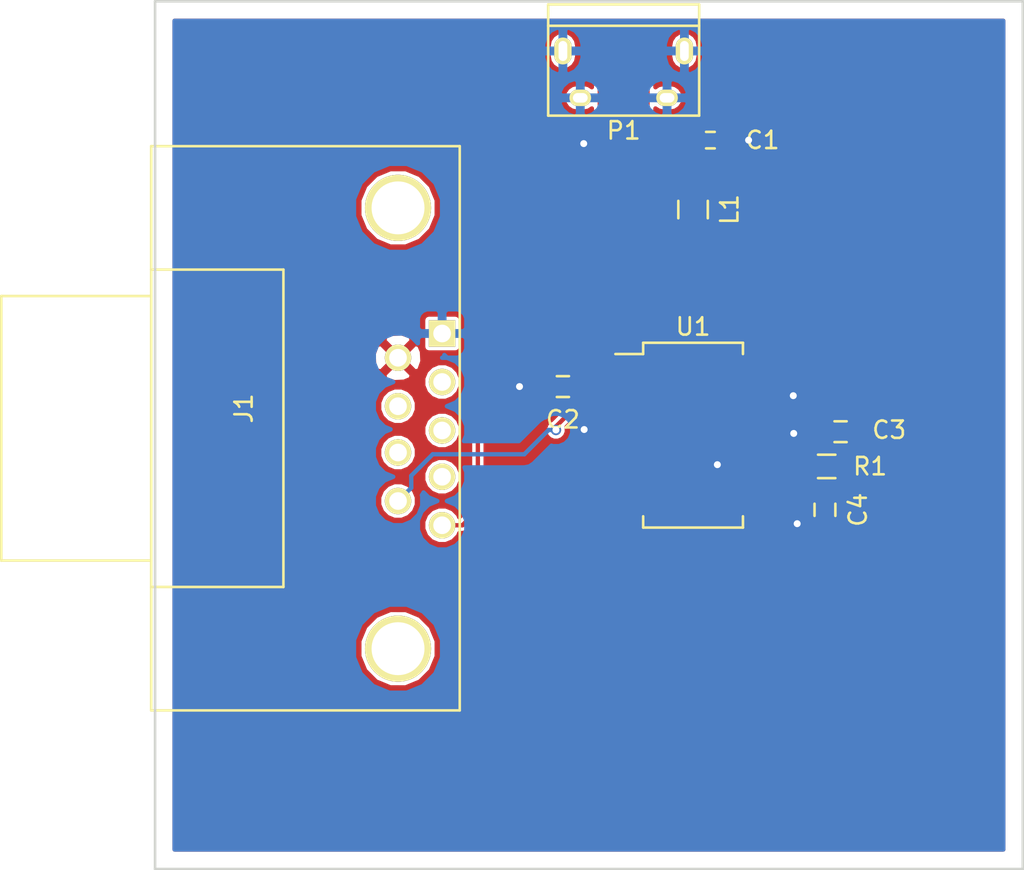
<source format=kicad_pcb>
(kicad_pcb (version 4) (host pcbnew 4.0.2-stable)

  (general
    (links 27)
    (no_connects 0)
    (area 120.874999 68.085 180.075001 120.075001)
    (thickness 1.6)
    (drawings 4)
    (tracks 75)
    (zones 0)
    (modules 9)
    (nets 30)
  )

  (page A4)
  (layers
    (0 F.Cu signal)
    (31 B.Cu signal)
    (32 B.Adhes user)
    (33 F.Adhes user)
    (34 B.Paste user)
    (35 F.Paste user)
    (36 B.SilkS user)
    (37 F.SilkS user)
    (38 B.Mask user)
    (39 F.Mask user)
    (40 Dwgs.User user)
    (41 Cmts.User user)
    (42 Eco1.User user)
    (43 Eco2.User user)
    (44 Edge.Cuts user)
    (45 Margin user)
    (46 B.CrtYd user)
    (47 F.CrtYd user)
    (48 B.Fab user hide)
    (49 F.Fab user hide)
  )

  (setup
    (last_trace_width 0.25)
    (trace_clearance 0.19)
    (zone_clearance 0.2)
    (zone_45_only no)
    (trace_min 0.2)
    (segment_width 0.2)
    (edge_width 0.15)
    (via_size 0.6)
    (via_drill 0.4)
    (via_min_size 0.4)
    (via_min_drill 0.3)
    (uvia_size 0.3)
    (uvia_drill 0.1)
    (uvias_allowed no)
    (uvia_min_size 0.2)
    (uvia_min_drill 0.1)
    (pcb_text_width 0.3)
    (pcb_text_size 1.5 1.5)
    (mod_edge_width 0.15)
    (mod_text_size 1 1)
    (mod_text_width 0.15)
    (pad_size 1.524 1.524)
    (pad_drill 0.762)
    (pad_to_mask_clearance 0.2)
    (aux_axis_origin 0 0)
    (visible_elements FFFFFF7F)
    (pcbplotparams
      (layerselection 0x010f0_80000001)
      (usegerberextensions false)
      (excludeedgelayer true)
      (linewidth 0.100000)
      (plotframeref false)
      (viasonmask false)
      (mode 1)
      (useauxorigin false)
      (hpglpennumber 1)
      (hpglpenspeed 20)
      (hpglpendiameter 15)
      (hpglpenoverlay 2)
      (psnegative false)
      (psa4output false)
      (plotreference true)
      (plotvalue true)
      (plotinvisibletext false)
      (padsonsilk false)
      (subtractmaskfromsilk false)
      (outputformat 1)
      (mirror false)
      (drillshape 0)
      (scaleselection 1)
      (outputdirectory Outputs/Gerbers/))
  )

  (net 0 "")
  (net 1 /VUSB)
  (net 2 Earth)
  (net 3 /VUSB_FLT)
  (net 4 "Net-(C4-Pad1)")
  (net 5 "Net-(J1-Pad2)")
  (net 6 "Net-(J1-Pad3)")
  (net 7 "Net-(J1-Pad4)")
  (net 8 /UART_TX)
  (net 9 /UART_RX)
  (net 10 "Net-(J1-Pad8)")
  (net 11 "Net-(J1-Pad7)")
  (net 12 /USB_D-)
  (net 13 /USB_D+)
  (net 14 "Net-(P1-Pad4)")
  (net 15 "Net-(R1-Pad1)")
  (net 16 "Net-(U1-Pad2)")
  (net 17 "Net-(U1-Pad3)")
  (net 18 "Net-(U1-Pad6)")
  (net 19 "Net-(U1-Pad9)")
  (net 20 "Net-(U1-Pad10)")
  (net 21 "Net-(U1-Pad11)")
  (net 22 "Net-(U1-Pad12)")
  (net 23 "Net-(U1-Pad13)")
  (net 24 "Net-(U1-Pad14)")
  (net 25 "Net-(U1-Pad22)")
  (net 26 "Net-(U1-Pad23)")
  (net 27 "Net-(U1-Pad26)")
  (net 28 "Net-(U1-Pad27)")
  (net 29 "Net-(U1-Pad28)")

  (net_class Default "This is the default net class."
    (clearance 0.19)
    (trace_width 0.25)
    (via_dia 0.6)
    (via_drill 0.4)
    (uvia_dia 0.3)
    (uvia_drill 0.1)
    (add_net /UART_RX)
    (add_net /UART_TX)
    (add_net /USB_D+)
    (add_net /USB_D-)
    (add_net /VUSB)
    (add_net /VUSB_FLT)
    (add_net Earth)
    (add_net "Net-(C4-Pad1)")
    (add_net "Net-(J1-Pad2)")
    (add_net "Net-(J1-Pad3)")
    (add_net "Net-(J1-Pad4)")
    (add_net "Net-(J1-Pad7)")
    (add_net "Net-(J1-Pad8)")
    (add_net "Net-(P1-Pad4)")
    (add_net "Net-(R1-Pad1)")
    (add_net "Net-(U1-Pad10)")
    (add_net "Net-(U1-Pad11)")
    (add_net "Net-(U1-Pad12)")
    (add_net "Net-(U1-Pad13)")
    (add_net "Net-(U1-Pad14)")
    (add_net "Net-(U1-Pad2)")
    (add_net "Net-(U1-Pad22)")
    (add_net "Net-(U1-Pad23)")
    (add_net "Net-(U1-Pad26)")
    (add_net "Net-(U1-Pad27)")
    (add_net "Net-(U1-Pad28)")
    (add_net "Net-(U1-Pad3)")
    (add_net "Net-(U1-Pad6)")
    (add_net "Net-(U1-Pad9)")
  )

  (module Capacitors_SMD:C_0402 (layer F.Cu) (tedit 5415D599) (tstamp 572A9F2C)
    (at 162 78)
    (descr "Capacitor SMD 0402, reflow soldering, AVX (see smccp.pdf)")
    (tags "capacitor 0402")
    (path /572A57FE)
    (attr smd)
    (fp_text reference C1 (at 3 0) (layer F.SilkS)
      (effects (font (size 1 1) (thickness 0.15)))
    )
    (fp_text value "10 nF" (at 0 1.7) (layer F.Fab)
      (effects (font (size 1 1) (thickness 0.15)))
    )
    (fp_line (start -1.15 -0.6) (end 1.15 -0.6) (layer F.CrtYd) (width 0.05))
    (fp_line (start -1.15 0.6) (end 1.15 0.6) (layer F.CrtYd) (width 0.05))
    (fp_line (start -1.15 -0.6) (end -1.15 0.6) (layer F.CrtYd) (width 0.05))
    (fp_line (start 1.15 -0.6) (end 1.15 0.6) (layer F.CrtYd) (width 0.05))
    (fp_line (start 0.25 -0.475) (end -0.25 -0.475) (layer F.SilkS) (width 0.15))
    (fp_line (start -0.25 0.475) (end 0.25 0.475) (layer F.SilkS) (width 0.15))
    (pad 1 smd rect (at -0.55 0) (size 0.6 0.5) (layers F.Cu F.Paste F.Mask)
      (net 1 /VUSB))
    (pad 2 smd rect (at 0.55 0) (size 0.6 0.5) (layers F.Cu F.Paste F.Mask)
      (net 2 Earth))
    (model Capacitors_SMD.3dshapes/C_0402.wrl
      (at (xyz 0 0 0))
      (scale (xyz 1 1 1))
      (rotate (xyz 0 0 0))
    )
  )

  (module Capacitors_SMD:C_0603 (layer F.Cu) (tedit 5415D631) (tstamp 572A9F32)
    (at 153.5 92.2 180)
    (descr "Capacitor SMD 0603, reflow soldering, AVX (see smccp.pdf)")
    (tags "capacitor 0603")
    (path /572A6216)
    (attr smd)
    (fp_text reference C2 (at 0 -1.9 180) (layer F.SilkS)
      (effects (font (size 1 1) (thickness 0.15)))
    )
    (fp_text value "0.1 uF" (at 0 1.9 180) (layer F.Fab)
      (effects (font (size 1 1) (thickness 0.15)))
    )
    (fp_line (start -1.45 -0.75) (end 1.45 -0.75) (layer F.CrtYd) (width 0.05))
    (fp_line (start -1.45 0.75) (end 1.45 0.75) (layer F.CrtYd) (width 0.05))
    (fp_line (start -1.45 -0.75) (end -1.45 0.75) (layer F.CrtYd) (width 0.05))
    (fp_line (start 1.45 -0.75) (end 1.45 0.75) (layer F.CrtYd) (width 0.05))
    (fp_line (start -0.35 -0.6) (end 0.35 -0.6) (layer F.SilkS) (width 0.15))
    (fp_line (start 0.35 0.6) (end -0.35 0.6) (layer F.SilkS) (width 0.15))
    (pad 1 smd rect (at -0.75 0 180) (size 0.8 0.75) (layers F.Cu F.Paste F.Mask)
      (net 3 /VUSB_FLT))
    (pad 2 smd rect (at 0.75 0 180) (size 0.8 0.75) (layers F.Cu F.Paste F.Mask)
      (net 2 Earth))
    (model Capacitors_SMD.3dshapes/C_0603.wrl
      (at (xyz 0 0 0))
      (scale (xyz 1 1 1))
      (rotate (xyz 0 0 0))
    )
  )

  (module Capacitors_SMD:C_0603 (layer F.Cu) (tedit 5415D631) (tstamp 572A9F38)
    (at 169.5 94.8 180)
    (descr "Capacitor SMD 0603, reflow soldering, AVX (see smccp.pdf)")
    (tags "capacitor 0603")
    (path /572A6279)
    (attr smd)
    (fp_text reference C3 (at -2.8 0.1 180) (layer F.SilkS)
      (effects (font (size 1 1) (thickness 0.15)))
    )
    (fp_text value "0.1 uF" (at 0 1.9 180) (layer F.Fab)
      (effects (font (size 1 1) (thickness 0.15)))
    )
    (fp_line (start -1.45 -0.75) (end 1.45 -0.75) (layer F.CrtYd) (width 0.05))
    (fp_line (start -1.45 0.75) (end 1.45 0.75) (layer F.CrtYd) (width 0.05))
    (fp_line (start -1.45 -0.75) (end -1.45 0.75) (layer F.CrtYd) (width 0.05))
    (fp_line (start 1.45 -0.75) (end 1.45 0.75) (layer F.CrtYd) (width 0.05))
    (fp_line (start -0.35 -0.6) (end 0.35 -0.6) (layer F.SilkS) (width 0.15))
    (fp_line (start 0.35 0.6) (end -0.35 0.6) (layer F.SilkS) (width 0.15))
    (pad 1 smd rect (at -0.75 0 180) (size 0.8 0.75) (layers F.Cu F.Paste F.Mask)
      (net 3 /VUSB_FLT))
    (pad 2 smd rect (at 0.75 0 180) (size 0.8 0.75) (layers F.Cu F.Paste F.Mask)
      (net 2 Earth))
    (model Capacitors_SMD.3dshapes/C_0603.wrl
      (at (xyz 0 0 0))
      (scale (xyz 1 1 1))
      (rotate (xyz 0 0 0))
    )
  )

  (module Capacitors_SMD:C_0603 (layer F.Cu) (tedit 5415D631) (tstamp 572A9F3E)
    (at 168.6 99.3 270)
    (descr "Capacitor SMD 0603, reflow soldering, AVX (see smccp.pdf)")
    (tags "capacitor 0603")
    (path /572A759C)
    (attr smd)
    (fp_text reference C4 (at 0 -1.9 270) (layer F.SilkS)
      (effects (font (size 1 1) (thickness 0.15)))
    )
    (fp_text value "0.1 uF" (at 0 1.9 270) (layer F.Fab)
      (effects (font (size 1 1) (thickness 0.15)))
    )
    (fp_line (start -1.45 -0.75) (end 1.45 -0.75) (layer F.CrtYd) (width 0.05))
    (fp_line (start -1.45 0.75) (end 1.45 0.75) (layer F.CrtYd) (width 0.05))
    (fp_line (start -1.45 -0.75) (end -1.45 0.75) (layer F.CrtYd) (width 0.05))
    (fp_line (start 1.45 -0.75) (end 1.45 0.75) (layer F.CrtYd) (width 0.05))
    (fp_line (start -0.35 -0.6) (end 0.35 -0.6) (layer F.SilkS) (width 0.15))
    (fp_line (start 0.35 0.6) (end -0.35 0.6) (layer F.SilkS) (width 0.15))
    (pad 1 smd rect (at -0.75 0 270) (size 0.8 0.75) (layers F.Cu F.Paste F.Mask)
      (net 4 "Net-(C4-Pad1)"))
    (pad 2 smd rect (at 0.75 0 270) (size 0.8 0.75) (layers F.Cu F.Paste F.Mask)
      (net 2 Earth))
    (model Capacitors_SMD.3dshapes/C_0603.wrl
      (at (xyz 0 0 0))
      (scale (xyz 1 1 1))
      (rotate (xyz 0 0 0))
    )
  )

  (module Connect:DB9MC (layer F.Cu) (tedit 0) (tstamp 572A9F4D)
    (at 145.27 94.73 90)
    (descr "Connecteur DB9 male couche")
    (tags "CONN DB9")
    (path /572A4BE9)
    (fp_text reference J1 (at 1.27 -10.16 90) (layer F.SilkS)
      (effects (font (size 1 1) (thickness 0.15)))
    )
    (fp_text value DB9 (at 1.27 -3.81 90) (layer F.Fab)
      (effects (font (size 1 1) (thickness 0.15)))
    )
    (fp_line (start -16.129 2.286) (end 16.383 2.286) (layer F.SilkS) (width 0.15))
    (fp_line (start 16.383 2.286) (end 16.383 -15.494) (layer F.SilkS) (width 0.15))
    (fp_line (start 16.383 -15.494) (end -16.129 -15.494) (layer F.SilkS) (width 0.15))
    (fp_line (start -16.129 -15.494) (end -16.129 2.286) (layer F.SilkS) (width 0.15))
    (fp_line (start -9.017 -15.494) (end -9.017 -7.874) (layer F.SilkS) (width 0.15))
    (fp_line (start -9.017 -7.874) (end 9.271 -7.874) (layer F.SilkS) (width 0.15))
    (fp_line (start 9.271 -7.874) (end 9.271 -15.494) (layer F.SilkS) (width 0.15))
    (fp_line (start -7.493 -15.494) (end -7.493 -24.13) (layer F.SilkS) (width 0.15))
    (fp_line (start -7.493 -24.13) (end 7.747 -24.13) (layer F.SilkS) (width 0.15))
    (fp_line (start 7.747 -24.13) (end 7.747 -15.494) (layer F.SilkS) (width 0.15))
    (pad "" thru_hole circle (at 12.827 -1.27 90) (size 3.81 3.81) (drill 3.048) (layers *.Cu *.Mask F.SilkS))
    (pad "" thru_hole circle (at -12.573 -1.27 90) (size 3.81 3.81) (drill 3.048) (layers *.Cu *.Mask F.SilkS))
    (pad 1 thru_hole rect (at 5.588 1.27 90) (size 1.524 1.524) (drill 1.016) (layers *.Cu *.Mask F.SilkS)
      (net 2 Earth))
    (pad 2 thru_hole circle (at 2.794 1.27 90) (size 1.524 1.524) (drill 1.016) (layers *.Cu *.Mask F.SilkS)
      (net 5 "Net-(J1-Pad2)"))
    (pad 3 thru_hole circle (at 0 1.27 90) (size 1.524 1.524) (drill 1.016) (layers *.Cu *.Mask F.SilkS)
      (net 6 "Net-(J1-Pad3)"))
    (pad 4 thru_hole circle (at -2.667 1.27 90) (size 1.524 1.524) (drill 1.016) (layers *.Cu *.Mask F.SilkS)
      (net 7 "Net-(J1-Pad4)"))
    (pad 5 thru_hole circle (at -5.461 1.27 90) (size 1.524 1.524) (drill 1.016) (layers *.Cu *.Mask F.SilkS)
      (net 8 /UART_TX))
    (pad 9 thru_hole circle (at -4.064 -1.27 90) (size 1.524 1.524) (drill 1.016) (layers *.Cu *.Mask F.SilkS)
      (net 9 /UART_RX))
    (pad 8 thru_hole circle (at -1.27 -1.27 90) (size 1.524 1.524) (drill 1.016) (layers *.Cu *.Mask F.SilkS)
      (net 10 "Net-(J1-Pad8)"))
    (pad 7 thru_hole circle (at 1.397 -1.27 90) (size 1.524 1.524) (drill 1.016) (layers *.Cu *.Mask F.SilkS)
      (net 11 "Net-(J1-Pad7)"))
    (pad 6 thru_hole circle (at 4.191 -1.27 90) (size 1.524 1.524) (drill 1.016) (layers *.Cu *.Mask F.SilkS)
      (net 3 /VUSB_FLT))
    (model Connect.3dshapes/DB9MC.wrl
      (at (xyz 0 0 0))
      (scale (xyz 1 1 1))
      (rotate (xyz 0 0 0))
    )
  )

  (module Capacitors_SMD:C_0805 (layer F.Cu) (tedit 5415D6EA) (tstamp 572A9F53)
    (at 161 82 270)
    (descr "Capacitor SMD 0805, reflow soldering, AVX (see smccp.pdf)")
    (tags "capacitor 0805")
    (path /572A5C96)
    (attr smd)
    (fp_text reference L1 (at 0 -2.1 270) (layer F.SilkS)
      (effects (font (size 1 1) (thickness 0.15)))
    )
    (fp_text value "40 Ohm FB" (at 0 2.1 270) (layer F.Fab)
      (effects (font (size 1 1) (thickness 0.15)))
    )
    (fp_line (start -1.8 -1) (end 1.8 -1) (layer F.CrtYd) (width 0.05))
    (fp_line (start -1.8 1) (end 1.8 1) (layer F.CrtYd) (width 0.05))
    (fp_line (start -1.8 -1) (end -1.8 1) (layer F.CrtYd) (width 0.05))
    (fp_line (start 1.8 -1) (end 1.8 1) (layer F.CrtYd) (width 0.05))
    (fp_line (start 0.5 -0.85) (end -0.5 -0.85) (layer F.SilkS) (width 0.15))
    (fp_line (start -0.5 0.85) (end 0.5 0.85) (layer F.SilkS) (width 0.15))
    (pad 1 smd rect (at -1 0 270) (size 1 1.25) (layers F.Cu F.Paste F.Mask)
      (net 1 /VUSB))
    (pad 2 smd rect (at 1 0 270) (size 1 1.25) (layers F.Cu F.Paste F.Mask)
      (net 3 /VUSB_FLT))
    (model Capacitors_SMD.3dshapes/C_0805.wrl
      (at (xyz 0 0 0))
      (scale (xyz 1 1 1))
      (rotate (xyz 0 0 0))
    )
  )

  (module Connect:USB_Micro-B (layer F.Cu) (tedit 5543E447) (tstamp 572A9F60)
    (at 157 74 180)
    (descr "Micro USB Type B Receptacle")
    (tags "USB USB_B USB_micro USB_OTG")
    (path /572A4D1F)
    (attr smd)
    (fp_text reference P1 (at 0 -3.45 180) (layer F.SilkS)
      (effects (font (size 1 1) (thickness 0.15)))
    )
    (fp_text value USB_OTG (at 0 4.8 180) (layer F.Fab)
      (effects (font (size 1 1) (thickness 0.15)))
    )
    (fp_line (start -4.6 -2.8) (end 4.6 -2.8) (layer F.CrtYd) (width 0.05))
    (fp_line (start 4.6 -2.8) (end 4.6 4.05) (layer F.CrtYd) (width 0.05))
    (fp_line (start 4.6 4.05) (end -4.6 4.05) (layer F.CrtYd) (width 0.05))
    (fp_line (start -4.6 4.05) (end -4.6 -2.8) (layer F.CrtYd) (width 0.05))
    (fp_line (start -4.3509 3.81746) (end 4.3491 3.81746) (layer F.SilkS) (width 0.15))
    (fp_line (start -4.3509 -2.58754) (end 4.3491 -2.58754) (layer F.SilkS) (width 0.15))
    (fp_line (start 4.3491 -2.58754) (end 4.3491 3.81746) (layer F.SilkS) (width 0.15))
    (fp_line (start 4.3491 2.58746) (end -4.3509 2.58746) (layer F.SilkS) (width 0.15))
    (fp_line (start -4.3509 3.81746) (end -4.3509 -2.58754) (layer F.SilkS) (width 0.15))
    (pad 1 smd rect (at -1.3009 -1.56254 270) (size 1.35 0.4) (layers F.Cu F.Paste F.Mask)
      (net 1 /VUSB))
    (pad 2 smd rect (at -0.6509 -1.56254 270) (size 1.35 0.4) (layers F.Cu F.Paste F.Mask)
      (net 12 /USB_D-))
    (pad 3 smd rect (at -0.0009 -1.56254 270) (size 1.35 0.4) (layers F.Cu F.Paste F.Mask)
      (net 13 /USB_D+))
    (pad 4 smd rect (at 0.6491 -1.56254 270) (size 1.35 0.4) (layers F.Cu F.Paste F.Mask)
      (net 14 "Net-(P1-Pad4)"))
    (pad 5 smd rect (at 1.2991 -1.56254 270) (size 1.35 0.4) (layers F.Cu F.Paste F.Mask)
      (net 2 Earth))
    (pad 6 thru_hole oval (at -2.5009 -1.56254 270) (size 0.95 1.25) (drill oval 0.55 0.85) (layers *.Cu *.Mask F.SilkS)
      (net 2 Earth))
    (pad 6 thru_hole oval (at 2.4991 -1.56254 270) (size 0.95 1.25) (drill oval 0.55 0.85) (layers *.Cu *.Mask F.SilkS)
      (net 2 Earth))
    (pad 6 thru_hole oval (at -3.5009 1.13746 270) (size 1.55 1) (drill oval 1.15 0.5) (layers *.Cu *.Mask F.SilkS)
      (net 2 Earth))
    (pad 6 thru_hole oval (at 3.4991 1.13746 270) (size 1.55 1) (drill oval 1.15 0.5) (layers *.Cu *.Mask F.SilkS)
      (net 2 Earth))
  )

  (module Housings_SSOP:SSOP-28_5.3x10.2mm_Pitch0.65mm (layer F.Cu) (tedit 54130A77) (tstamp 572A9F86)
    (at 161 95)
    (descr "28-Lead Plastic Shrink Small Outline (SS)-5.30 mm Body [SSOP] (see Microchip Packaging Specification 00000049BS.pdf)")
    (tags "SSOP 0.65")
    (path /572A4CA2)
    (attr smd)
    (fp_text reference U1 (at 0 -6.25) (layer F.SilkS)
      (effects (font (size 1 1) (thickness 0.15)))
    )
    (fp_text value FT232RL (at 0 6.25) (layer F.Fab)
      (effects (font (size 1 1) (thickness 0.15)))
    )
    (fp_line (start -4.75 -5.5) (end -4.75 5.5) (layer F.CrtYd) (width 0.05))
    (fp_line (start 4.75 -5.5) (end 4.75 5.5) (layer F.CrtYd) (width 0.05))
    (fp_line (start -4.75 -5.5) (end 4.75 -5.5) (layer F.CrtYd) (width 0.05))
    (fp_line (start -4.75 5.5) (end 4.75 5.5) (layer F.CrtYd) (width 0.05))
    (fp_line (start -2.875 -5.325) (end -2.875 -4.675) (layer F.SilkS) (width 0.15))
    (fp_line (start 2.875 -5.325) (end 2.875 -4.675) (layer F.SilkS) (width 0.15))
    (fp_line (start 2.875 5.325) (end 2.875 4.675) (layer F.SilkS) (width 0.15))
    (fp_line (start -2.875 5.325) (end -2.875 4.675) (layer F.SilkS) (width 0.15))
    (fp_line (start -2.875 -5.325) (end 2.875 -5.325) (layer F.SilkS) (width 0.15))
    (fp_line (start -2.875 5.325) (end 2.875 5.325) (layer F.SilkS) (width 0.15))
    (fp_line (start -2.875 -4.675) (end -4.475 -4.675) (layer F.SilkS) (width 0.15))
    (pad 1 smd rect (at -3.6 -4.225) (size 1.75 0.45) (layers F.Cu F.Paste F.Mask)
      (net 8 /UART_TX))
    (pad 2 smd rect (at -3.6 -3.575) (size 1.75 0.45) (layers F.Cu F.Paste F.Mask)
      (net 16 "Net-(U1-Pad2)"))
    (pad 3 smd rect (at -3.6 -2.925) (size 1.75 0.45) (layers F.Cu F.Paste F.Mask)
      (net 17 "Net-(U1-Pad3)"))
    (pad 4 smd rect (at -3.6 -2.275) (size 1.75 0.45) (layers F.Cu F.Paste F.Mask)
      (net 3 /VUSB_FLT))
    (pad 5 smd rect (at -3.6 -1.625) (size 1.75 0.45) (layers F.Cu F.Paste F.Mask)
      (net 9 /UART_RX))
    (pad 6 smd rect (at -3.6 -0.975) (size 1.75 0.45) (layers F.Cu F.Paste F.Mask)
      (net 18 "Net-(U1-Pad6)"))
    (pad 7 smd rect (at -3.6 -0.325) (size 1.75 0.45) (layers F.Cu F.Paste F.Mask)
      (net 2 Earth))
    (pad 8 smd rect (at -3.6 0.325) (size 1.75 0.45) (layers F.Cu F.Paste F.Mask))
    (pad 9 smd rect (at -3.6 0.975) (size 1.75 0.45) (layers F.Cu F.Paste F.Mask)
      (net 19 "Net-(U1-Pad9)"))
    (pad 10 smd rect (at -3.6 1.625) (size 1.75 0.45) (layers F.Cu F.Paste F.Mask)
      (net 20 "Net-(U1-Pad10)"))
    (pad 11 smd rect (at -3.6 2.275) (size 1.75 0.45) (layers F.Cu F.Paste F.Mask)
      (net 21 "Net-(U1-Pad11)"))
    (pad 12 smd rect (at -3.6 2.925) (size 1.75 0.45) (layers F.Cu F.Paste F.Mask)
      (net 22 "Net-(U1-Pad12)"))
    (pad 13 smd rect (at -3.6 3.575) (size 1.75 0.45) (layers F.Cu F.Paste F.Mask)
      (net 23 "Net-(U1-Pad13)"))
    (pad 14 smd rect (at -3.6 4.225) (size 1.75 0.45) (layers F.Cu F.Paste F.Mask)
      (net 24 "Net-(U1-Pad14)"))
    (pad 15 smd rect (at 3.6 4.225) (size 1.75 0.45) (layers F.Cu F.Paste F.Mask)
      (net 13 /USB_D+))
    (pad 16 smd rect (at 3.6 3.575) (size 1.75 0.45) (layers F.Cu F.Paste F.Mask)
      (net 12 /USB_D-))
    (pad 17 smd rect (at 3.6 2.925) (size 1.75 0.45) (layers F.Cu F.Paste F.Mask)
      (net 4 "Net-(C4-Pad1)"))
    (pad 18 smd rect (at 3.6 2.275) (size 1.75 0.45) (layers F.Cu F.Paste F.Mask)
      (net 2 Earth))
    (pad 19 smd rect (at 3.6 1.625) (size 1.75 0.45) (layers F.Cu F.Paste F.Mask)
      (net 15 "Net-(R1-Pad1)"))
    (pad 20 smd rect (at 3.6 0.975) (size 1.75 0.45) (layers F.Cu F.Paste F.Mask)
      (net 3 /VUSB_FLT))
    (pad 21 smd rect (at 3.6 0.325) (size 1.75 0.45) (layers F.Cu F.Paste F.Mask)
      (net 2 Earth))
    (pad 22 smd rect (at 3.6 -0.325) (size 1.75 0.45) (layers F.Cu F.Paste F.Mask)
      (net 25 "Net-(U1-Pad22)"))
    (pad 23 smd rect (at 3.6 -0.975) (size 1.75 0.45) (layers F.Cu F.Paste F.Mask)
      (net 26 "Net-(U1-Pad23)"))
    (pad 24 smd rect (at 3.6 -1.625) (size 1.75 0.45) (layers F.Cu F.Paste F.Mask))
    (pad 25 smd rect (at 3.6 -2.275) (size 1.75 0.45) (layers F.Cu F.Paste F.Mask)
      (net 2 Earth))
    (pad 26 smd rect (at 3.6 -2.925) (size 1.75 0.45) (layers F.Cu F.Paste F.Mask)
      (net 27 "Net-(U1-Pad26)"))
    (pad 27 smd rect (at 3.6 -3.575) (size 1.75 0.45) (layers F.Cu F.Paste F.Mask)
      (net 28 "Net-(U1-Pad27)"))
    (pad 28 smd rect (at 3.6 -4.225) (size 1.75 0.45) (layers F.Cu F.Paste F.Mask)
      (net 29 "Net-(U1-Pad28)"))
    (model Housings_SSOP.3dshapes/SSOP-28_5.3x10.2mm_Pitch0.65mm.wrl
      (at (xyz 0 0 0))
      (scale (xyz 1 1 1))
      (rotate (xyz 0 0 0))
    )
  )

  (module Resistors_SMD:R_0603 (layer F.Cu) (tedit 5415CC62) (tstamp 572A44E5)
    (at 168.7 96.8)
    (descr "Resistor SMD 0603, reflow soldering, Vishay (see dcrcw.pdf)")
    (tags "resistor 0603")
    (path /572A58FE)
    (attr smd)
    (fp_text reference R1 (at 2.5 0) (layer F.SilkS)
      (effects (font (size 1 1) (thickness 0.15)))
    )
    (fp_text value 10K (at 0 1.9) (layer F.Fab)
      (effects (font (size 1 1) (thickness 0.15)))
    )
    (fp_line (start -1.3 -0.8) (end 1.3 -0.8) (layer F.CrtYd) (width 0.05))
    (fp_line (start -1.3 0.8) (end 1.3 0.8) (layer F.CrtYd) (width 0.05))
    (fp_line (start -1.3 -0.8) (end -1.3 0.8) (layer F.CrtYd) (width 0.05))
    (fp_line (start 1.3 -0.8) (end 1.3 0.8) (layer F.CrtYd) (width 0.05))
    (fp_line (start 0.5 0.675) (end -0.5 0.675) (layer F.SilkS) (width 0.15))
    (fp_line (start -0.5 -0.675) (end 0.5 -0.675) (layer F.SilkS) (width 0.15))
    (pad 1 smd rect (at -0.75 0) (size 0.5 0.9) (layers F.Cu F.Paste F.Mask)
      (net 15 "Net-(R1-Pad1)"))
    (pad 2 smd rect (at 0.75 0) (size 0.5 0.9) (layers F.Cu F.Paste F.Mask)
      (net 3 /VUSB_FLT))
    (model Resistors_SMD.3dshapes/R_0603.wrl
      (at (xyz 0 0 0))
      (scale (xyz 1 1 1))
      (rotate (xyz 0 0 0))
    )
  )

  (gr_line (start 180 120) (end 130 120) (layer Edge.Cuts) (width 0.15))
  (gr_line (start 180 70) (end 180 120) (layer Edge.Cuts) (width 0.15))
  (gr_line (start 130 70) (end 180 70) (layer Edge.Cuts) (width 0.15))
  (gr_line (start 130 120) (end 130 70) (layer Edge.Cuts) (width 0.15))

  (segment (start 161 79.6) (end 161.45 79.15) (width 0.25) (layer F.Cu) (net 1))
  (segment (start 161.45 79.15) (end 161.45 78) (width 0.25) (layer F.Cu) (net 1))
  (segment (start 161 81) (end 161 79.6) (width 0.25) (layer F.Cu) (net 1))
  (segment (start 158.3009 77.1009) (end 159.2 78) (width 0.25) (layer F.Cu) (net 1))
  (segment (start 159.2 78) (end 161.45 78) (width 0.25) (layer F.Cu) (net 1))
  (segment (start 158.3009 75.56254) (end 158.3009 77.1009) (width 0.25) (layer F.Cu) (net 1))
  (segment (start 162.575 97.275) (end 162.4 97.1) (width 0.25) (layer F.Cu) (net 2))
  (segment (start 162.4 97.1) (end 162.4 96.7) (width 0.25) (layer F.Cu) (net 2))
  (via (at 162.4 96.7) (size 0.6) (drill 0.4) (layers F.Cu B.Cu) (net 2))
  (segment (start 164.6 97.275) (end 162.575 97.275) (width 0.25) (layer F.Cu) (net 2))
  (via (at 151 92.2) (size 0.6) (drill 0.4) (layers F.Cu B.Cu) (net 2))
  (segment (start 152.75 92.2) (end 151 92.2) (width 0.25) (layer F.Cu) (net 2))
  (segment (start 167.324264 94.8) (end 168.75 94.8) (width 0.25) (layer F.Cu) (net 2))
  (segment (start 166.8 94.9) (end 167.224264 94.9) (width 0.25) (layer F.Cu) (net 2))
  (segment (start 167.224264 94.9) (end 167.324264 94.8) (width 0.25) (layer F.Cu) (net 2))
  (segment (start 167.925 100.1) (end 167 100.1) (width 0.25) (layer F.Cu) (net 2))
  (via (at 167 100.1) (size 0.6) (drill 0.4) (layers F.Cu B.Cu) (net 2))
  (segment (start 168.6 100.05) (end 167.975 100.05) (width 0.25) (layer F.Cu) (net 2))
  (segment (start 167.975 100.05) (end 167.925 100.1) (width 0.25) (layer F.Cu) (net 2))
  (via (at 166.775 92.725) (size 0.6) (drill 0.4) (layers F.Cu B.Cu) (net 2))
  (segment (start 164.6 92.725) (end 166.775 92.725) (width 0.25) (layer F.Cu) (net 2))
  (segment (start 166.375 95.325) (end 166.8 94.9) (width 0.25) (layer F.Cu) (net 2))
  (via (at 166.8 94.9) (size 0.6) (drill 0.4) (layers F.Cu B.Cu) (net 2))
  (segment (start 164.6 95.325) (end 166.375 95.325) (width 0.25) (layer F.Cu) (net 2))
  (via (at 154.725 94.675) (size 0.6) (drill 0.4) (layers F.Cu B.Cu) (net 2))
  (segment (start 157.4 94.675) (end 154.725 94.675) (width 0.25) (layer F.Cu) (net 2))
  (segment (start 154.7 77.48844) (end 154.7 78.2) (width 0.25) (layer F.Cu) (net 2))
  (via (at 154.7 78.2) (size 0.6) (drill 0.4) (layers F.Cu B.Cu) (net 2))
  (segment (start 155.7009 75.56254) (end 155.7009 76.48754) (width 0.25) (layer F.Cu) (net 2))
  (segment (start 155.7009 76.48754) (end 154.7 77.48844) (width 0.25) (layer F.Cu) (net 2))
  (segment (start 162.6 78) (end 164.2 78) (width 0.25) (layer F.Cu) (net 2))
  (via (at 164.2 78) (size 0.6) (drill 0.4) (layers F.Cu B.Cu) (net 2))
  (segment (start 162.55 78) (end 162.6 78) (width 0.25) (layer F.Cu) (net 2))
  (segment (start 166.025 97.925) (end 166.65 98.55) (width 0.25) (layer F.Cu) (net 4))
  (segment (start 166.65 98.55) (end 168.6 98.55) (width 0.25) (layer F.Cu) (net 4))
  (segment (start 164.6 97.925) (end 166.025 97.925) (width 0.25) (layer F.Cu) (net 4))
  (segment (start 157.4 90.775) (end 150.525 90.775) (width 0.25) (layer F.Cu) (net 8))
  (segment (start 150.525 90.775) (end 148.6 92.7) (width 0.25) (layer F.Cu) (net 8))
  (segment (start 148.6 92.7) (end 148.6 99.3) (width 0.25) (layer F.Cu) (net 8))
  (segment (start 148.6 99.3) (end 147.709 100.191) (width 0.25) (layer F.Cu) (net 8))
  (segment (start 147.709 100.191) (end 146.54 100.191) (width 0.25) (layer F.Cu) (net 8))
  (segment (start 146 96.1) (end 144.761999 97.338001) (width 0.25) (layer B.Cu) (net 9))
  (segment (start 144.761999 97.338001) (end 144.761999 98.032001) (width 0.25) (layer B.Cu) (net 9))
  (segment (start 144.761999 98.032001) (end 144 98.794) (width 0.25) (layer B.Cu) (net 9))
  (segment (start 151.275736 96.1) (end 146 96.1) (width 0.25) (layer B.Cu) (net 9))
  (segment (start 153.1 94.7) (end 152.675736 94.7) (width 0.25) (layer B.Cu) (net 9))
  (segment (start 152.675736 94.7) (end 151.275736 96.1) (width 0.25) (layer B.Cu) (net 9))
  (segment (start 153.8 93.8) (end 153.1 94.5) (width 0.25) (layer F.Cu) (net 9))
  (segment (start 153.1 94.5) (end 153.1 94.7) (width 0.25) (layer F.Cu) (net 9))
  (via (at 153.1 94.7) (size 0.6) (drill 0.4) (layers F.Cu B.Cu) (net 9))
  (segment (start 155.85 93.8) (end 153.8 93.8) (width 0.25) (layer F.Cu) (net 9))
  (segment (start 157.4 93.375) (end 156.275 93.375) (width 0.25) (layer F.Cu) (net 9))
  (segment (start 156.275 93.375) (end 155.85 93.8) (width 0.25) (layer F.Cu) (net 9))
  (segment (start 161.2 97.917158) (end 161.982842 98.7) (width 0.2) (layer F.Cu) (net 12))
  (segment (start 161.982842 98.7) (end 163.1625 98.7) (width 0.2) (layer F.Cu) (net 12))
  (segment (start 163.1625 98.7) (end 163.2875 98.575) (width 0.2) (layer F.Cu) (net 12))
  (segment (start 163.2875 98.575) (end 164.6 98.575) (width 0.2) (layer F.Cu) (net 12))
  (segment (start 161.2 87.917158) (end 161.2 97.917158) (width 0.2) (layer F.Cu) (net 12))
  (segment (start 157.5259 84.243058) (end 161.2 87.917158) (width 0.2) (layer F.Cu) (net 12))
  (segment (start 157.5259 76.70004) (end 157.5259 84.243058) (width 0.2) (layer F.Cu) (net 12))
  (segment (start 157.6509 75.56254) (end 157.6509 76.57504) (width 0.2) (layer F.Cu) (net 12))
  (segment (start 157.6509 76.57504) (end 157.5259 76.70004) (width 0.2) (layer F.Cu) (net 12))
  (segment (start 160.8 98.082842) (end 161.817158 99.1) (width 0.2) (layer F.Cu) (net 13))
  (segment (start 163.1625 99.1) (end 163.2875 99.225) (width 0.2) (layer F.Cu) (net 13))
  (segment (start 163.2875 99.225) (end 164.6 99.225) (width 0.2) (layer F.Cu) (net 13))
  (segment (start 161.817158 99.1) (end 163.1625 99.1) (width 0.2) (layer F.Cu) (net 13))
  (segment (start 160.8 88.082842) (end 160.8 98.082842) (width 0.2) (layer F.Cu) (net 13))
  (segment (start 157.1259 84.408742) (end 160.8 88.082842) (width 0.2) (layer F.Cu) (net 13))
  (segment (start 157.0009 75.56254) (end 157.0009 76.57504) (width 0.2) (layer F.Cu) (net 13))
  (segment (start 157.0009 76.57504) (end 157.1259 76.70004) (width 0.2) (layer F.Cu) (net 13))
  (segment (start 157.1259 76.70004) (end 157.1259 84.408742) (width 0.2) (layer F.Cu) (net 13))
  (segment (start 167.95 96.8) (end 167.45 96.8) (width 0.25) (layer F.Cu) (net 15))
  (segment (start 167.45 96.8) (end 167.275 96.625) (width 0.25) (layer F.Cu) (net 15))
  (segment (start 167.275 96.625) (end 165.725 96.625) (width 0.25) (layer F.Cu) (net 15))
  (segment (start 165.725 96.625) (end 164.6 96.625) (width 0.25) (layer F.Cu) (net 15))

  (zone (net 2) (net_name Earth) (layer B.Cu) (tstamp 0) (hatch edge 0.508)
    (connect_pads (clearance 0.508))
    (min_thickness 0.254)
    (fill yes (arc_segments 16) (thermal_gap 0.508) (thermal_bridge_width 0.508))
    (polygon
      (pts
        (xy 131 119) (xy 131 112.2) (xy 131 98.9) (xy 131 71) (xy 179 71)
        (xy 179 98.7) (xy 179 119)
      )
    )
    (filled_polygon
      (pts
        (xy 178.873 118.873) (xy 131.127 118.873) (xy 131.127 107.806021) (xy 141.45956 107.806021) (xy 141.845437 108.739915)
        (xy 142.559327 109.455052) (xy 143.492546 109.842559) (xy 144.503021 109.84344) (xy 145.436915 109.457563) (xy 146.152052 108.743673)
        (xy 146.539559 107.810454) (xy 146.54044 106.799979) (xy 146.154563 105.866085) (xy 145.440673 105.150948) (xy 144.507454 104.763441)
        (xy 143.496979 104.76256) (xy 142.563085 105.148437) (xy 141.847948 105.862327) (xy 141.460441 106.795546) (xy 141.45956 107.806021)
        (xy 131.127 107.806021) (xy 131.127 90.815661) (xy 142.602758 90.815661) (xy 142.81499 91.329303) (xy 143.20763 91.722629)
        (xy 143.7209 91.935757) (xy 143.723336 91.935759) (xy 143.209697 92.14799) (xy 142.816371 92.54063) (xy 142.603243 93.0539)
        (xy 142.602758 93.609661) (xy 142.81499 94.123303) (xy 143.20763 94.516629) (xy 143.568815 94.666606) (xy 143.209697 94.81499)
        (xy 142.816371 95.20763) (xy 142.603243 95.7209) (xy 142.602758 96.276661) (xy 142.81499 96.790303) (xy 143.20763 97.183629)
        (xy 143.7209 97.396757) (xy 143.723336 97.396759) (xy 143.209697 97.60899) (xy 142.816371 98.00163) (xy 142.603243 98.5149)
        (xy 142.602758 99.070661) (xy 142.81499 99.584303) (xy 143.20763 99.977629) (xy 143.7209 100.190757) (xy 144.276661 100.191242)
        (xy 144.790303 99.97901) (xy 145.183629 99.58637) (xy 145.396757 99.0731) (xy 145.397242 98.517339) (xy 145.373149 98.459029)
        (xy 145.464147 98.322841) (xy 145.468491 98.301002) (xy 145.74763 98.580629) (xy 146.2609 98.793757) (xy 146.263336 98.793759)
        (xy 145.749697 99.00599) (xy 145.356371 99.39863) (xy 145.143243 99.9119) (xy 145.142758 100.467661) (xy 145.35499 100.981303)
        (xy 145.74763 101.374629) (xy 146.2609 101.587757) (xy 146.816661 101.588242) (xy 147.330303 101.37601) (xy 147.723629 100.98337)
        (xy 147.936757 100.4701) (xy 147.937242 99.914339) (xy 147.72501 99.400697) (xy 147.33237 99.007371) (xy 146.8191 98.794243)
        (xy 146.816664 98.794241) (xy 147.330303 98.58201) (xy 147.723629 98.18937) (xy 147.936757 97.6761) (xy 147.937242 97.120339)
        (xy 147.829672 96.86) (xy 151.275736 96.86) (xy 151.566575 96.802148) (xy 151.813137 96.637401) (xy 152.844307 95.606231)
        (xy 152.913201 95.634838) (xy 153.285167 95.635162) (xy 153.628943 95.493117) (xy 153.892192 95.230327) (xy 154.034838 94.886799)
        (xy 154.035162 94.514833) (xy 153.893117 94.171057) (xy 153.630327 93.907808) (xy 153.286799 93.765162) (xy 152.914833 93.764838)
        (xy 152.571057 93.906883) (xy 152.503578 93.974245) (xy 152.384897 93.997852) (xy 152.138335 94.162599) (xy 150.960934 95.34)
        (xy 147.799356 95.34) (xy 147.936757 95.0091) (xy 147.937242 94.453339) (xy 147.72501 93.939697) (xy 147.33237 93.546371)
        (xy 146.8191 93.333243) (xy 146.816664 93.333241) (xy 147.330303 93.12101) (xy 147.723629 92.72837) (xy 147.936757 92.2151)
        (xy 147.937242 91.659339) (xy 147.72501 91.145697) (xy 147.33237 90.752371) (xy 146.8191 90.539243) (xy 146.540647 90.539)
        (xy 146.667002 90.539) (xy 146.667002 90.380252) (xy 146.82575 90.539) (xy 147.42831 90.539) (xy 147.661699 90.442327)
        (xy 147.840327 90.263698) (xy 147.937 90.030309) (xy 147.937 89.42775) (xy 147.77825 89.269) (xy 146.667 89.269)
        (xy 146.667 89.289) (xy 146.413 89.289) (xy 146.413 89.269) (xy 145.30175 89.269) (xy 145.143 89.42775)
        (xy 145.143 89.706614) (xy 144.79237 89.355371) (xy 144.2791 89.142243) (xy 143.723339 89.141758) (xy 143.209697 89.35399)
        (xy 142.816371 89.74663) (xy 142.603243 90.2599) (xy 142.602758 90.815661) (xy 131.127 90.815661) (xy 131.127 88.253691)
        (xy 145.143 88.253691) (xy 145.143 88.85625) (xy 145.30175 89.015) (xy 146.413 89.015) (xy 146.413 87.90375)
        (xy 146.667 87.90375) (xy 146.667 89.015) (xy 147.77825 89.015) (xy 147.937 88.85625) (xy 147.937 88.253691)
        (xy 147.840327 88.020302) (xy 147.661699 87.841673) (xy 147.42831 87.745) (xy 146.82575 87.745) (xy 146.667 87.90375)
        (xy 146.413 87.90375) (xy 146.25425 87.745) (xy 145.65169 87.745) (xy 145.418301 87.841673) (xy 145.239673 88.020302)
        (xy 145.143 88.253691) (xy 131.127 88.253691) (xy 131.127 82.406021) (xy 141.45956 82.406021) (xy 141.845437 83.339915)
        (xy 142.559327 84.055052) (xy 143.492546 84.442559) (xy 144.503021 84.44344) (xy 145.436915 84.057563) (xy 146.152052 83.343673)
        (xy 146.539559 82.410454) (xy 146.54044 81.399979) (xy 146.154563 80.466085) (xy 145.440673 79.750948) (xy 144.507454 79.363441)
        (xy 143.496979 79.36256) (xy 142.563085 79.748437) (xy 141.847948 80.462327) (xy 141.460441 81.395546) (xy 141.45956 82.406021)
        (xy 131.127 82.406021) (xy 131.127 75.860478) (xy 153.281632 75.860478) (xy 153.465348 76.234361) (xy 153.789851 76.522108)
        (xy 154.199769 76.663769) (xy 154.3739 76.515103) (xy 154.3739 75.68954) (xy 154.6279 75.68954) (xy 154.6279 76.515103)
        (xy 154.802031 76.663769) (xy 155.211949 76.522108) (xy 155.536452 76.234361) (xy 155.720168 75.860478) (xy 158.281632 75.860478)
        (xy 158.465348 76.234361) (xy 158.789851 76.522108) (xy 159.199769 76.663769) (xy 159.3739 76.515103) (xy 159.3739 75.68954)
        (xy 159.6279 75.68954) (xy 159.6279 76.515103) (xy 159.802031 76.663769) (xy 160.211949 76.522108) (xy 160.536452 76.234361)
        (xy 160.720168 75.860478) (xy 160.593634 75.68954) (xy 159.6279 75.68954) (xy 159.3739 75.68954) (xy 158.408166 75.68954)
        (xy 158.281632 75.860478) (xy 155.720168 75.860478) (xy 155.593634 75.68954) (xy 154.6279 75.68954) (xy 154.3739 75.68954)
        (xy 153.408166 75.68954) (xy 153.281632 75.860478) (xy 131.127 75.860478) (xy 131.127 75.264602) (xy 153.281632 75.264602)
        (xy 153.408166 75.43554) (xy 154.3739 75.43554) (xy 154.3739 74.609977) (xy 154.6279 74.609977) (xy 154.6279 75.43554)
        (xy 155.593634 75.43554) (xy 155.720168 75.264602) (xy 158.281632 75.264602) (xy 158.408166 75.43554) (xy 159.3739 75.43554)
        (xy 159.3739 74.609977) (xy 159.6279 74.609977) (xy 159.6279 75.43554) (xy 160.593634 75.43554) (xy 160.720168 75.264602)
        (xy 160.536452 74.890719) (xy 160.211949 74.602972) (xy 159.802031 74.461311) (xy 159.6279 74.609977) (xy 159.3739 74.609977)
        (xy 159.199769 74.461311) (xy 158.789851 74.602972) (xy 158.465348 74.890719) (xy 158.281632 75.264602) (xy 155.720168 75.264602)
        (xy 155.536452 74.890719) (xy 155.211949 74.602972) (xy 154.802031 74.461311) (xy 154.6279 74.609977) (xy 154.3739 74.609977)
        (xy 154.199769 74.461311) (xy 153.789851 74.602972) (xy 153.465348 74.890719) (xy 153.281632 75.264602) (xy 131.127 75.264602)
        (xy 131.127 72.98954) (xy 152.3659 72.98954) (xy 152.3659 73.26454) (xy 152.500898 73.689218) (xy 152.788137 74.029908)
        (xy 153.199026 74.231659) (xy 153.3739 74.105494) (xy 153.3739 72.98954) (xy 153.6279 72.98954) (xy 153.6279 74.105494)
        (xy 153.802774 74.231659) (xy 154.213663 74.029908) (xy 154.500902 73.689218) (xy 154.6359 73.26454) (xy 154.6359 72.98954)
        (xy 159.3659 72.98954) (xy 159.3659 73.26454) (xy 159.500898 73.689218) (xy 159.788137 74.029908) (xy 160.199026 74.231659)
        (xy 160.3739 74.105494) (xy 160.3739 72.98954) (xy 160.6279 72.98954) (xy 160.6279 74.105494) (xy 160.802774 74.231659)
        (xy 161.213663 74.029908) (xy 161.500902 73.689218) (xy 161.6359 73.26454) (xy 161.6359 72.98954) (xy 160.6279 72.98954)
        (xy 160.3739 72.98954) (xy 159.3659 72.98954) (xy 154.6359 72.98954) (xy 153.6279 72.98954) (xy 153.3739 72.98954)
        (xy 152.3659 72.98954) (xy 131.127 72.98954) (xy 131.127 72.46054) (xy 152.3659 72.46054) (xy 152.3659 72.73554)
        (xy 153.3739 72.73554) (xy 153.3739 71.619586) (xy 153.6279 71.619586) (xy 153.6279 72.73554) (xy 154.6359 72.73554)
        (xy 154.6359 72.46054) (xy 159.3659 72.46054) (xy 159.3659 72.73554) (xy 160.3739 72.73554) (xy 160.3739 71.619586)
        (xy 160.6279 71.619586) (xy 160.6279 72.73554) (xy 161.6359 72.73554) (xy 161.6359 72.46054) (xy 161.500902 72.035862)
        (xy 161.213663 71.695172) (xy 160.802774 71.493421) (xy 160.6279 71.619586) (xy 160.3739 71.619586) (xy 160.199026 71.493421)
        (xy 159.788137 71.695172) (xy 159.500898 72.035862) (xy 159.3659 72.46054) (xy 154.6359 72.46054) (xy 154.500902 72.035862)
        (xy 154.213663 71.695172) (xy 153.802774 71.493421) (xy 153.6279 71.619586) (xy 153.3739 71.619586) (xy 153.199026 71.493421)
        (xy 152.788137 71.695172) (xy 152.500898 72.035862) (xy 152.3659 72.46054) (xy 131.127 72.46054) (xy 131.127 71.127)
        (xy 178.873 71.127)
      )
    )
  )
  (zone (net 3) (net_name /VUSB_FLT) (layer F.Cu) (tstamp 0) (hatch edge 0.508)
    (connect_pads (clearance 0.2))
    (min_thickness 0.254)
    (fill yes (arc_segments 16) (thermal_gap 0.508) (thermal_bridge_width 0.508))
    (polygon
      (pts
        (xy 131 71) (xy 133.2 71) (xy 148.1 71) (xy 162.9 71) (xy 179 71)
        (xy 179 73.9) (xy 179 85.5) (xy 179 102.6) (xy 179 119) (xy 131 119)
        (xy 131 98.3)
      )
    )
    (filled_polygon
      (pts
        (xy 178.873 118.873) (xy 131.127 118.873) (xy 131.127 107.745024) (xy 141.767614 107.745024) (xy 142.1067 108.565674)
        (xy 142.734023 109.194094) (xy 143.55408 109.534611) (xy 144.442024 109.535386) (xy 145.262674 109.1963) (xy 145.891094 108.568977)
        (xy 146.231611 107.74892) (xy 146.232386 106.860976) (xy 145.8933 106.040326) (xy 145.265977 105.411906) (xy 144.44592 105.071389)
        (xy 143.557976 105.070614) (xy 142.737326 105.4097) (xy 142.108906 106.037023) (xy 141.768389 106.85708) (xy 141.767614 107.745024)
        (xy 131.127 107.745024) (xy 131.127 100.406665) (xy 145.450811 100.406665) (xy 145.616252 100.807063) (xy 145.922326 101.113671)
        (xy 146.322434 101.279811) (xy 146.755665 101.280189) (xy 147.156063 101.114748) (xy 147.462671 100.808674) (xy 147.531465 100.643)
        (xy 147.709 100.643) (xy 147.881973 100.608594) (xy 148.028612 100.510612) (xy 148.315053 100.224171) (xy 166.372891 100.224171)
        (xy 166.468145 100.454703) (xy 166.644369 100.631235) (xy 166.874735 100.726891) (xy 167.124171 100.727109) (xy 167.354703 100.631855)
        (xy 167.434698 100.552) (xy 167.910786 100.552) (xy 167.914395 100.571179) (xy 167.986012 100.682474) (xy 168.095286 100.757138)
        (xy 168.225 100.783406) (xy 168.975 100.783406) (xy 169.096179 100.760605) (xy 169.207474 100.688988) (xy 169.282138 100.579714)
        (xy 169.308406 100.45) (xy 169.308406 99.65) (xy 169.285605 99.528821) (xy 169.213988 99.417526) (xy 169.104714 99.342862)
        (xy 168.975 99.316594) (xy 168.225 99.316594) (xy 168.103821 99.339395) (xy 167.992526 99.411012) (xy 167.917862 99.520286)
        (xy 167.899066 99.613104) (xy 167.802027 99.632406) (xy 167.778689 99.648) (xy 167.434728 99.648) (xy 167.355631 99.568765)
        (xy 167.125265 99.473109) (xy 166.875829 99.472891) (xy 166.645297 99.568145) (xy 166.468765 99.744369) (xy 166.373109 99.974735)
        (xy 166.372891 100.224171) (xy 148.315053 100.224171) (xy 148.919612 99.619612) (xy 149.017594 99.472973) (xy 149.01761 99.472891)
        (xy 149.052 99.3) (xy 149.052 94.824171) (xy 152.472891 94.824171) (xy 152.568145 95.054703) (xy 152.744369 95.231235)
        (xy 152.974735 95.326891) (xy 153.224171 95.327109) (xy 153.454703 95.231855) (xy 153.631235 95.055631) (xy 153.726891 94.825265)
        (xy 153.727109 94.575829) (xy 153.70848 94.530744) (xy 153.987225 94.252) (xy 154.261252 94.252) (xy 154.193765 94.319369)
        (xy 154.098109 94.549735) (xy 154.097891 94.799171) (xy 154.193145 95.029703) (xy 154.369369 95.206235) (xy 154.599735 95.301891)
        (xy 154.849171 95.302109) (xy 155.079703 95.206855) (xy 155.159698 95.127) (xy 156.191594 95.127) (xy 156.191594 95.55)
        (xy 156.211101 95.653673) (xy 156.191594 95.75) (xy 156.191594 96.2) (xy 156.211101 96.303673) (xy 156.191594 96.4)
        (xy 156.191594 96.85) (xy 156.211101 96.953673) (xy 156.191594 97.05) (xy 156.191594 97.5) (xy 156.211101 97.603673)
        (xy 156.191594 97.7) (xy 156.191594 98.15) (xy 156.211101 98.253673) (xy 156.191594 98.35) (xy 156.191594 98.8)
        (xy 156.211101 98.903673) (xy 156.191594 99) (xy 156.191594 99.45) (xy 156.214395 99.571179) (xy 156.286012 99.682474)
        (xy 156.395286 99.757138) (xy 156.525 99.783406) (xy 158.275 99.783406) (xy 158.396179 99.760605) (xy 158.507474 99.688988)
        (xy 158.582138 99.579714) (xy 158.608406 99.45) (xy 158.608406 99) (xy 158.588899 98.896327) (xy 158.608406 98.8)
        (xy 158.608406 98.35) (xy 158.588899 98.246327) (xy 158.608406 98.15) (xy 158.608406 97.7) (xy 158.588899 97.596327)
        (xy 158.608406 97.5) (xy 158.608406 97.05) (xy 158.588899 96.946327) (xy 158.608406 96.85) (xy 158.608406 96.4)
        (xy 158.588899 96.296327) (xy 158.608406 96.2) (xy 158.608406 95.75) (xy 158.588899 95.646327) (xy 158.608406 95.55)
        (xy 158.608406 95.1) (xy 158.588899 94.996327) (xy 158.608406 94.9) (xy 158.608406 94.45) (xy 158.588899 94.346327)
        (xy 158.608406 94.25) (xy 158.608406 93.8) (xy 158.588899 93.696327) (xy 158.608406 93.6) (xy 158.608406 93.499218)
        (xy 158.634698 93.488327) (xy 158.813327 93.309699) (xy 158.91 93.07631) (xy 158.91 92.99625) (xy 158.75125 92.8375)
        (xy 158.378236 92.8375) (xy 158.275 92.816594) (xy 156.525 92.816594) (xy 156.413892 92.8375) (xy 156.04875 92.8375)
        (xy 155.89 92.99625) (xy 155.89 93.07631) (xy 155.903024 93.107752) (xy 155.662776 93.348) (xy 153.8 93.348)
        (xy 153.66426 93.375) (xy 153.627026 93.382406) (xy 153.480387 93.480388) (xy 152.82596 94.134816) (xy 152.745297 94.168145)
        (xy 152.568765 94.344369) (xy 152.473109 94.574735) (xy 152.472891 94.824171) (xy 149.052 94.824171) (xy 149.052 92.887224)
        (xy 150.712224 91.227) (xy 153.634365 91.227) (xy 153.490302 91.286673) (xy 153.311673 91.465301) (xy 153.287654 91.523287)
        (xy 153.279714 91.517862) (xy 153.15 91.491594) (xy 152.35 91.491594) (xy 152.228821 91.514395) (xy 152.117526 91.586012)
        (xy 152.042862 91.695286) (xy 152.032187 91.748) (xy 151.434728 91.748) (xy 151.355631 91.668765) (xy 151.125265 91.573109)
        (xy 150.875829 91.572891) (xy 150.645297 91.668145) (xy 150.468765 91.844369) (xy 150.373109 92.074735) (xy 150.372891 92.324171)
        (xy 150.468145 92.554703) (xy 150.644369 92.731235) (xy 150.874735 92.826891) (xy 151.124171 92.827109) (xy 151.354703 92.731855)
        (xy 151.434698 92.652) (xy 152.031082 92.652) (xy 152.039395 92.696179) (xy 152.111012 92.807474) (xy 152.220286 92.882138)
        (xy 152.35 92.908406) (xy 153.15 92.908406) (xy 153.271179 92.885605) (xy 153.287095 92.875363) (xy 153.311673 92.934699)
        (xy 153.490302 93.113327) (xy 153.723691 93.21) (xy 153.96425 93.21) (xy 154.123 93.05125) (xy 154.123 92.327)
        (xy 154.377 92.327) (xy 154.377 93.05125) (xy 154.53575 93.21) (xy 154.776309 93.21) (xy 155.009698 93.113327)
        (xy 155.188327 92.934699) (xy 155.285 92.70131) (xy 155.285 92.48575) (xy 155.12625 92.327) (xy 154.377 92.327)
        (xy 154.123 92.327) (xy 154.103 92.327) (xy 154.103 92.073) (xy 154.123 92.073) (xy 154.123 92.053)
        (xy 154.377 92.053) (xy 154.377 92.073) (xy 155.12625 92.073) (xy 155.285 91.91425) (xy 155.285 91.69869)
        (xy 155.188327 91.465301) (xy 155.009698 91.286673) (xy 154.865635 91.227) (xy 156.191594 91.227) (xy 156.191594 91.65)
        (xy 156.211101 91.753673) (xy 156.191594 91.85) (xy 156.191594 91.950782) (xy 156.165302 91.961673) (xy 155.986673 92.140301)
        (xy 155.89 92.37369) (xy 155.89 92.45375) (xy 156.04875 92.6125) (xy 156.421764 92.6125) (xy 156.525 92.633406)
        (xy 158.275 92.633406) (xy 158.386108 92.6125) (xy 158.75125 92.6125) (xy 158.91 92.45375) (xy 158.91 92.37369)
        (xy 158.813327 92.140301) (xy 158.634698 91.961673) (xy 158.608406 91.950782) (xy 158.608406 91.85) (xy 158.588899 91.746327)
        (xy 158.608406 91.65) (xy 158.608406 91.2) (xy 158.588899 91.096327) (xy 158.608406 91) (xy 158.608406 90.55)
        (xy 158.585605 90.428821) (xy 158.513988 90.317526) (xy 158.404714 90.242862) (xy 158.275 90.216594) (xy 156.525 90.216594)
        (xy 156.403821 90.239395) (xy 156.292526 90.311012) (xy 156.284335 90.323) (xy 150.525 90.323) (xy 150.352027 90.357406)
        (xy 150.205388 90.455388) (xy 148.280388 92.380388) (xy 148.182406 92.527027) (xy 148.148 92.7) (xy 148.148 99.112776)
        (xy 147.528683 99.732093) (xy 147.463748 99.574937) (xy 147.157674 99.268329) (xy 146.757566 99.102189) (xy 146.324335 99.101811)
        (xy 145.923937 99.267252) (xy 145.617329 99.573326) (xy 145.451189 99.973434) (xy 145.450811 100.406665) (xy 131.127 100.406665)
        (xy 131.127 99.009665) (xy 142.910811 99.009665) (xy 143.076252 99.410063) (xy 143.382326 99.716671) (xy 143.782434 99.882811)
        (xy 144.215665 99.883189) (xy 144.616063 99.717748) (xy 144.922671 99.411674) (xy 145.088811 99.011566) (xy 145.089189 98.578335)
        (xy 144.923748 98.177937) (xy 144.617674 97.871329) (xy 144.217566 97.705189) (xy 143.784335 97.704811) (xy 143.383937 97.870252)
        (xy 143.077329 98.176326) (xy 142.911189 98.576434) (xy 142.910811 99.009665) (xy 131.127 99.009665) (xy 131.127 97.612665)
        (xy 145.450811 97.612665) (xy 145.616252 98.013063) (xy 145.922326 98.319671) (xy 146.322434 98.485811) (xy 146.755665 98.486189)
        (xy 147.156063 98.320748) (xy 147.462671 98.014674) (xy 147.628811 97.614566) (xy 147.629189 97.181335) (xy 147.463748 96.780937)
        (xy 147.157674 96.474329) (xy 146.757566 96.308189) (xy 146.324335 96.307811) (xy 145.923937 96.473252) (xy 145.617329 96.779326)
        (xy 145.451189 97.179434) (xy 145.450811 97.612665) (xy 131.127 97.612665) (xy 131.127 96.215665) (xy 142.910811 96.215665)
        (xy 143.076252 96.616063) (xy 143.382326 96.922671) (xy 143.782434 97.088811) (xy 144.215665 97.089189) (xy 144.616063 96.923748)
        (xy 144.922671 96.617674) (xy 145.088811 96.217566) (xy 145.089189 95.784335) (xy 144.923748 95.383937) (xy 144.617674 95.077329)
        (xy 144.300594 94.945665) (xy 145.450811 94.945665) (xy 145.616252 95.346063) (xy 145.922326 95.652671) (xy 146.322434 95.818811)
        (xy 146.755665 95.819189) (xy 147.156063 95.653748) (xy 147.462671 95.347674) (xy 147.628811 94.947566) (xy 147.629189 94.514335)
        (xy 147.463748 94.113937) (xy 147.157674 93.807329) (xy 146.757566 93.641189) (xy 146.324335 93.640811) (xy 145.923937 93.806252)
        (xy 145.617329 94.112326) (xy 145.451189 94.512434) (xy 145.450811 94.945665) (xy 144.300594 94.945665) (xy 144.217566 94.911189)
        (xy 143.784335 94.910811) (xy 143.383937 95.076252) (xy 143.077329 95.382326) (xy 142.911189 95.782434) (xy 142.910811 96.215665)
        (xy 131.127 96.215665) (xy 131.127 93.548665) (xy 142.910811 93.548665) (xy 143.076252 93.949063) (xy 143.382326 94.255671)
        (xy 143.782434 94.421811) (xy 144.215665 94.422189) (xy 144.616063 94.256748) (xy 144.922671 93.950674) (xy 145.088811 93.550566)
        (xy 145.089189 93.117335) (xy 144.923748 92.716937) (xy 144.617674 92.410329) (xy 144.217566 92.244189) (xy 143.784335 92.243811)
        (xy 143.383937 92.409252) (xy 143.077329 92.715326) (xy 142.911189 93.115434) (xy 142.910811 93.548665) (xy 131.127 93.548665)
        (xy 131.127 92.151665) (xy 145.450811 92.151665) (xy 145.616252 92.552063) (xy 145.922326 92.858671) (xy 146.322434 93.024811)
        (xy 146.755665 93.025189) (xy 147.156063 92.859748) (xy 147.462671 92.553674) (xy 147.628811 92.153566) (xy 147.629189 91.720335)
        (xy 147.463748 91.319937) (xy 147.157674 91.013329) (xy 146.757566 90.847189) (xy 146.324335 90.846811) (xy 145.923937 91.012252)
        (xy 145.617329 91.318326) (xy 145.451189 91.718434) (xy 145.450811 92.151665) (xy 131.127 92.151665) (xy 131.127 91.519213)
        (xy 143.199392 91.519213) (xy 143.268857 91.761397) (xy 143.792302 91.948144) (xy 144.347368 91.920362) (xy 144.731143 91.761397)
        (xy 144.800608 91.519213) (xy 144 90.718605) (xy 143.199392 91.519213) (xy 131.127 91.519213) (xy 131.127 90.331302)
        (xy 142.590856 90.331302) (xy 142.618638 90.886368) (xy 142.777603 91.270143) (xy 143.019787 91.339608) (xy 143.820395 90.539)
        (xy 144.179605 90.539) (xy 144.980213 91.339608) (xy 145.222397 91.270143) (xy 145.409144 90.746698) (xy 145.381362 90.191632)
        (xy 145.222397 89.807857) (xy 144.980213 89.738392) (xy 144.179605 90.539) (xy 143.820395 90.539) (xy 143.019787 89.738392)
        (xy 142.777603 89.807857) (xy 142.590856 90.331302) (xy 131.127 90.331302) (xy 131.127 89.558787) (xy 143.199392 89.558787)
        (xy 144 90.359395) (xy 144.800608 89.558787) (xy 144.731143 89.316603) (xy 144.207698 89.129856) (xy 143.652632 89.157638)
        (xy 143.268857 89.316603) (xy 143.199392 89.558787) (xy 131.127 89.558787) (xy 131.127 88.38) (xy 145.444594 88.38)
        (xy 145.444594 89.904) (xy 145.467395 90.025179) (xy 145.539012 90.136474) (xy 145.648286 90.211138) (xy 145.778 90.237406)
        (xy 147.302 90.237406) (xy 147.423179 90.214605) (xy 147.534474 90.142988) (xy 147.609138 90.033714) (xy 147.635406 89.904)
        (xy 147.635406 88.38) (xy 147.612605 88.258821) (xy 147.540988 88.147526) (xy 147.431714 88.072862) (xy 147.302 88.046594)
        (xy 145.778 88.046594) (xy 145.656821 88.069395) (xy 145.545526 88.141012) (xy 145.470862 88.250286) (xy 145.444594 88.38)
        (xy 131.127 88.38) (xy 131.127 82.345024) (xy 141.767614 82.345024) (xy 142.1067 83.165674) (xy 142.734023 83.794094)
        (xy 143.55408 84.134611) (xy 144.442024 84.135386) (xy 145.262674 83.7963) (xy 145.891094 83.168977) (xy 146.231611 82.34892)
        (xy 146.232386 81.460976) (xy 145.8933 80.640326) (xy 145.265977 80.011906) (xy 144.44592 79.671389) (xy 143.557976 79.670614)
        (xy 142.737326 80.0097) (xy 142.108906 80.637023) (xy 141.768389 81.45708) (xy 141.767614 82.345024) (xy 131.127 82.345024)
        (xy 131.127 75.56254) (xy 153.530249 75.56254) (xy 153.591298 75.869452) (xy 153.765149 76.12964) (xy 154.025337 76.303491)
        (xy 154.332249 76.36454) (xy 154.669551 76.36454) (xy 154.976463 76.303491) (xy 155.167494 76.175849) (xy 155.167494 76.23754)
        (xy 155.190295 76.358719) (xy 155.190374 76.358841) (xy 154.380388 77.168828) (xy 154.282406 77.315467) (xy 154.248 77.48844)
        (xy 154.248 77.765272) (xy 154.168765 77.844369) (xy 154.073109 78.074735) (xy 154.072891 78.324171) (xy 154.168145 78.554703)
        (xy 154.344369 78.731235) (xy 154.574735 78.826891) (xy 154.824171 78.827109) (xy 155.054703 78.731855) (xy 155.231235 78.555631)
        (xy 155.326891 78.325265) (xy 155.327109 78.075829) (xy 155.231855 77.845297) (xy 155.152 77.765302) (xy 155.152 77.675664)
        (xy 156.020512 76.807153) (xy 156.118494 76.660513) (xy 156.135495 76.57504) (xy 156.136875 76.568106) (xy 156.1509 76.570946)
        (xy 156.5509 76.570946) (xy 156.5739 76.566618) (xy 156.5739 76.575035) (xy 156.573899 76.57504) (xy 156.606403 76.738446)
        (xy 156.6989 76.876878) (xy 156.6989 84.408737) (xy 156.698899 84.408742) (xy 156.731403 84.572148) (xy 156.823965 84.710677)
        (xy 160.373 88.259712) (xy 160.373 98.082837) (xy 160.372999 98.082842) (xy 160.405503 98.246248) (xy 160.498065 98.384777)
        (xy 161.515221 99.401932) (xy 161.515223 99.401935) (xy 161.621539 99.472973) (xy 161.653752 99.494497) (xy 161.817158 99.527001)
        (xy 161.817163 99.527) (xy 162.985662 99.527) (xy 163.124094 99.619497) (xy 163.2875 99.652001) (xy 163.287505 99.652)
        (xy 163.466402 99.652) (xy 163.486012 99.682474) (xy 163.595286 99.757138) (xy 163.725 99.783406) (xy 165.475 99.783406)
        (xy 165.596179 99.760605) (xy 165.707474 99.688988) (xy 165.782138 99.579714) (xy 165.808406 99.45) (xy 165.808406 99)
        (xy 165.788899 98.896327) (xy 165.808406 98.8) (xy 165.808406 98.377) (xy 165.837776 98.377) (xy 166.330387 98.869612)
        (xy 166.477026 98.967594) (xy 166.505724 98.973302) (xy 166.65 99.002) (xy 167.901378 99.002) (xy 167.914395 99.071179)
        (xy 167.986012 99.182474) (xy 168.095286 99.257138) (xy 168.225 99.283406) (xy 168.975 99.283406) (xy 169.096179 99.260605)
        (xy 169.207474 99.188988) (xy 169.282138 99.079714) (xy 169.308406 98.95) (xy 169.308406 98.15) (xy 169.285605 98.028821)
        (xy 169.213988 97.917526) (xy 169.166305 97.884945) (xy 169.325 97.72625) (xy 169.325 96.927) (xy 169.575 96.927)
        (xy 169.575 97.72625) (xy 169.73375 97.885) (xy 169.826309 97.885) (xy 170.059698 97.788327) (xy 170.238327 97.609699)
        (xy 170.335 97.37631) (xy 170.335 97.08575) (xy 170.17625 96.927) (xy 169.575 96.927) (xy 169.325 96.927)
        (xy 168.72375 96.927) (xy 168.565 97.08575) (xy 168.565 97.37631) (xy 168.661673 97.609699) (xy 168.840302 97.788327)
        (xy 168.908544 97.816594) (xy 168.225 97.816594) (xy 168.103821 97.839395) (xy 167.992526 97.911012) (xy 167.917862 98.020286)
        (xy 167.902124 98.098) (xy 166.837225 98.098) (xy 166.344612 97.605388) (xy 166.197973 97.507406) (xy 166.025 97.473)
        (xy 165.808406 97.473) (xy 165.808406 97.077) (xy 167.087775 97.077) (xy 167.130387 97.119612) (xy 167.277027 97.217594)
        (xy 167.366594 97.23541) (xy 167.366594 97.25) (xy 167.389395 97.371179) (xy 167.461012 97.482474) (xy 167.570286 97.557138)
        (xy 167.7 97.583406) (xy 168.2 97.583406) (xy 168.321179 97.560605) (xy 168.432474 97.488988) (xy 168.507138 97.379714)
        (xy 168.533406 97.25) (xy 168.533406 96.35) (xy 168.510605 96.228821) (xy 168.507304 96.22369) (xy 168.565 96.22369)
        (xy 168.565 96.51425) (xy 168.72375 96.673) (xy 169.325 96.673) (xy 169.325 95.87375) (xy 169.16625 95.715)
        (xy 169.073691 95.715) (xy 168.840302 95.811673) (xy 168.661673 95.990301) (xy 168.565 96.22369) (xy 168.507304 96.22369)
        (xy 168.438988 96.117526) (xy 168.329714 96.042862) (xy 168.2 96.016594) (xy 167.7 96.016594) (xy 167.578821 96.039395)
        (xy 167.467526 96.111012) (xy 167.407204 96.199297) (xy 167.275 96.173) (xy 166.03675 96.173) (xy 165.95125 96.0875)
        (xy 165.578236 96.0875) (xy 165.475 96.066594) (xy 163.725 96.066594) (xy 163.613892 96.0875) (xy 163.24875 96.0875)
        (xy 163.09 96.24625) (xy 163.09 96.32631) (xy 163.186673 96.559699) (xy 163.365302 96.738327) (xy 163.391594 96.749218)
        (xy 163.391594 96.823) (xy 163.026893 96.823) (xy 163.027109 96.575829) (xy 162.931855 96.345297) (xy 162.755631 96.168765)
        (xy 162.525265 96.073109) (xy 162.275829 96.072891) (xy 162.045297 96.168145) (xy 161.868765 96.344369) (xy 161.773109 96.574735)
        (xy 161.772891 96.824171) (xy 161.868145 97.054703) (xy 161.956619 97.143332) (xy 161.982406 97.272973) (xy 162.080388 97.419612)
        (xy 162.255387 97.594612) (xy 162.395668 97.688345) (xy 162.402027 97.692594) (xy 162.575 97.727) (xy 163.391594 97.727)
        (xy 163.391594 98.148) (xy 163.287505 98.148) (xy 163.2875 98.147999) (xy 163.136994 98.177937) (xy 163.124094 98.180503)
        (xy 162.985662 98.273) (xy 162.159711 98.273) (xy 161.627 97.740288) (xy 161.627 95.62369) (xy 163.09 95.62369)
        (xy 163.09 95.70375) (xy 163.24875 95.8625) (xy 163.621764 95.8625) (xy 163.725 95.883406) (xy 165.475 95.883406)
        (xy 165.586108 95.8625) (xy 165.95125 95.8625) (xy 166.03675 95.777) (xy 166.375 95.777) (xy 166.547973 95.742594)
        (xy 166.694612 95.644612) (xy 166.812213 95.527011) (xy 166.924171 95.527109) (xy 167.154703 95.431855) (xy 167.237294 95.349408)
        (xy 167.397237 95.317594) (xy 167.495404 95.252) (xy 168.031082 95.252) (xy 168.039395 95.296179) (xy 168.111012 95.407474)
        (xy 168.220286 95.482138) (xy 168.35 95.508406) (xy 169.15 95.508406) (xy 169.271179 95.485605) (xy 169.287095 95.475363)
        (xy 169.311673 95.534699) (xy 169.490302 95.713327) (xy 169.663629 95.785121) (xy 169.575 95.87375) (xy 169.575 96.673)
        (xy 170.17625 96.673) (xy 170.335 96.51425) (xy 170.335 96.22369) (xy 170.238327 95.990301) (xy 170.059698 95.811673)
        (xy 169.991023 95.783227) (xy 170.123 95.65125) (xy 170.123 94.927) (xy 170.377 94.927) (xy 170.377 95.65125)
        (xy 170.53575 95.81) (xy 170.776309 95.81) (xy 171.009698 95.713327) (xy 171.188327 95.534699) (xy 171.285 95.30131)
        (xy 171.285 95.08575) (xy 171.12625 94.927) (xy 170.377 94.927) (xy 170.123 94.927) (xy 170.103 94.927)
        (xy 170.103 94.673) (xy 170.123 94.673) (xy 170.123 93.94875) (xy 170.377 93.94875) (xy 170.377 94.673)
        (xy 171.12625 94.673) (xy 171.285 94.51425) (xy 171.285 94.29869) (xy 171.188327 94.065301) (xy 171.009698 93.886673)
        (xy 170.776309 93.79) (xy 170.53575 93.79) (xy 170.377 93.94875) (xy 170.123 93.94875) (xy 169.96425 93.79)
        (xy 169.723691 93.79) (xy 169.490302 93.886673) (xy 169.311673 94.065301) (xy 169.287654 94.123287) (xy 169.279714 94.117862)
        (xy 169.15 94.091594) (xy 168.35 94.091594) (xy 168.228821 94.114395) (xy 168.117526 94.186012) (xy 168.042862 94.295286)
        (xy 168.032187 94.348) (xy 167.324264 94.348) (xy 167.166273 94.379426) (xy 167.155631 94.368765) (xy 166.925265 94.273109)
        (xy 166.675829 94.272891) (xy 166.445297 94.368145) (xy 166.268765 94.544369) (xy 166.173109 94.774735) (xy 166.173023 94.873)
        (xy 165.808406 94.873) (xy 165.808406 94.45) (xy 165.788899 94.346327) (xy 165.808406 94.25) (xy 165.808406 93.8)
        (xy 165.788899 93.696327) (xy 165.808406 93.6) (xy 165.808406 93.177) (xy 166.340272 93.177) (xy 166.419369 93.256235)
        (xy 166.649735 93.351891) (xy 166.899171 93.352109) (xy 167.129703 93.256855) (xy 167.306235 93.080631) (xy 167.401891 92.850265)
        (xy 167.402109 92.600829) (xy 167.306855 92.370297) (xy 167.130631 92.193765) (xy 166.900265 92.098109) (xy 166.650829 92.097891)
        (xy 166.420297 92.193145) (xy 166.340302 92.273) (xy 165.808406 92.273) (xy 165.808406 91.85) (xy 165.788899 91.746327)
        (xy 165.808406 91.65) (xy 165.808406 91.2) (xy 165.788899 91.096327) (xy 165.808406 91) (xy 165.808406 90.55)
        (xy 165.785605 90.428821) (xy 165.713988 90.317526) (xy 165.604714 90.242862) (xy 165.475 90.216594) (xy 163.725 90.216594)
        (xy 163.603821 90.239395) (xy 163.492526 90.311012) (xy 163.417862 90.420286) (xy 163.391594 90.55) (xy 163.391594 91)
        (xy 163.411101 91.103673) (xy 163.391594 91.2) (xy 163.391594 91.65) (xy 163.411101 91.753673) (xy 163.391594 91.85)
        (xy 163.391594 92.3) (xy 163.411101 92.403673) (xy 163.391594 92.5) (xy 163.391594 92.95) (xy 163.411101 93.053673)
        (xy 163.391594 93.15) (xy 163.391594 93.6) (xy 163.411101 93.703673) (xy 163.391594 93.8) (xy 163.391594 94.25)
        (xy 163.411101 94.353673) (xy 163.391594 94.45) (xy 163.391594 94.9) (xy 163.411101 95.003673) (xy 163.391594 95.1)
        (xy 163.391594 95.200782) (xy 163.365302 95.211673) (xy 163.186673 95.390301) (xy 163.09 95.62369) (xy 161.627 95.62369)
        (xy 161.627 87.917163) (xy 161.627001 87.917158) (xy 161.594497 87.753752) (xy 161.501935 87.615223) (xy 157.9529 84.066188)
        (xy 157.9529 83.28575) (xy 159.74 83.28575) (xy 159.74 83.626309) (xy 159.836673 83.859698) (xy 160.015301 84.038327)
        (xy 160.24869 84.135) (xy 160.71425 84.135) (xy 160.873 83.97625) (xy 160.873 83.127) (xy 161.127 83.127)
        (xy 161.127 83.97625) (xy 161.28575 84.135) (xy 161.75131 84.135) (xy 161.984699 84.038327) (xy 162.163327 83.859698)
        (xy 162.26 83.626309) (xy 162.26 83.28575) (xy 162.10125 83.127) (xy 161.127 83.127) (xy 160.873 83.127)
        (xy 159.89875 83.127) (xy 159.74 83.28575) (xy 157.9529 83.28575) (xy 157.9529 82.373691) (xy 159.74 82.373691)
        (xy 159.74 82.71425) (xy 159.89875 82.873) (xy 160.873 82.873) (xy 160.873 82.02375) (xy 161.127 82.02375)
        (xy 161.127 82.873) (xy 162.10125 82.873) (xy 162.26 82.71425) (xy 162.26 82.373691) (xy 162.163327 82.140302)
        (xy 161.984699 81.961673) (xy 161.75131 81.865) (xy 161.28575 81.865) (xy 161.127 82.02375) (xy 160.873 82.02375)
        (xy 160.71425 81.865) (xy 160.24869 81.865) (xy 160.015301 81.961673) (xy 159.836673 82.140302) (xy 159.74 82.373691)
        (xy 157.9529 82.373691) (xy 157.9529 77.378027) (xy 157.981288 77.420512) (xy 158.880387 78.319612) (xy 158.970336 78.379714)
        (xy 159.027027 78.417594) (xy 159.2 78.452) (xy 160.891402 78.452) (xy 160.911012 78.482474) (xy 160.998 78.541911)
        (xy 160.998 78.962776) (xy 160.680388 79.280388) (xy 160.582406 79.427027) (xy 160.548 79.6) (xy 160.548 80.166594)
        (xy 160.375 80.166594) (xy 160.253821 80.189395) (xy 160.142526 80.261012) (xy 160.067862 80.370286) (xy 160.041594 80.5)
        (xy 160.041594 81.5) (xy 160.064395 81.621179) (xy 160.136012 81.732474) (xy 160.245286 81.807138) (xy 160.375 81.833406)
        (xy 161.625 81.833406) (xy 161.746179 81.810605) (xy 161.857474 81.738988) (xy 161.932138 81.629714) (xy 161.958406 81.5)
        (xy 161.958406 80.5) (xy 161.935605 80.378821) (xy 161.863988 80.267526) (xy 161.754714 80.192862) (xy 161.625 80.166594)
        (xy 161.452 80.166594) (xy 161.452 79.787224) (xy 161.769612 79.469612) (xy 161.867594 79.322973) (xy 161.902 79.15)
        (xy 161.902 78.540772) (xy 161.982474 78.488988) (xy 161.99933 78.464319) (xy 162.011012 78.482474) (xy 162.120286 78.557138)
        (xy 162.25 78.583406) (xy 162.85 78.583406) (xy 162.971179 78.560605) (xy 163.082474 78.488988) (xy 163.107747 78.452)
        (xy 163.765272 78.452) (xy 163.844369 78.531235) (xy 164.074735 78.626891) (xy 164.324171 78.627109) (xy 164.554703 78.531855)
        (xy 164.731235 78.355631) (xy 164.826891 78.125265) (xy 164.827109 77.875829) (xy 164.731855 77.645297) (xy 164.555631 77.468765)
        (xy 164.325265 77.373109) (xy 164.075829 77.372891) (xy 163.845297 77.468145) (xy 163.765302 77.548) (xy 163.108598 77.548)
        (xy 163.088988 77.517526) (xy 162.979714 77.442862) (xy 162.85 77.416594) (xy 162.25 77.416594) (xy 162.128821 77.439395)
        (xy 162.017526 77.511012) (xy 162.00067 77.535681) (xy 161.988988 77.517526) (xy 161.879714 77.442862) (xy 161.75 77.416594)
        (xy 161.15 77.416594) (xy 161.028821 77.439395) (xy 160.917526 77.511012) (xy 160.892253 77.548) (xy 159.387225 77.548)
        (xy 158.7529 76.913676) (xy 158.7529 76.447951) (xy 158.808038 76.367254) (xy 158.834306 76.23754) (xy 158.834306 76.175849)
        (xy 159.025337 76.303491) (xy 159.332249 76.36454) (xy 159.669551 76.36454) (xy 159.976463 76.303491) (xy 160.236651 76.12964)
        (xy 160.410502 75.869452) (xy 160.471551 75.56254) (xy 160.410502 75.255628) (xy 160.236651 74.99544) (xy 159.976463 74.821589)
        (xy 159.669551 74.76054) (xy 159.332249 74.76054) (xy 159.025337 74.821589) (xy 158.834306 74.949231) (xy 158.834306 74.88754)
        (xy 158.811505 74.766361) (xy 158.739888 74.655066) (xy 158.630614 74.580402) (xy 158.5009 74.554134) (xy 158.1009 74.554134)
        (xy 157.979721 74.576935) (xy 157.975837 74.579435) (xy 157.8509 74.554134) (xy 157.4509 74.554134) (xy 157.329721 74.576935)
        (xy 157.325837 74.579435) (xy 157.2009 74.554134) (xy 156.8009 74.554134) (xy 156.679721 74.576935) (xy 156.675837 74.579435)
        (xy 156.5509 74.554134) (xy 156.1509 74.554134) (xy 156.029721 74.576935) (xy 156.025837 74.579435) (xy 155.9009 74.554134)
        (xy 155.5009 74.554134) (xy 155.379721 74.576935) (xy 155.268426 74.648552) (xy 155.193762 74.757826) (xy 155.167494 74.88754)
        (xy 155.167494 74.949231) (xy 154.976463 74.821589) (xy 154.669551 74.76054) (xy 154.332249 74.76054) (xy 154.025337 74.821589)
        (xy 153.765149 74.99544) (xy 153.591298 75.255628) (xy 153.530249 75.56254) (xy 131.127 75.56254) (xy 131.127 72.565951)
        (xy 152.6739 72.565951) (xy 152.6739 73.159129) (xy 152.736852 73.475608) (xy 152.916123 73.743906) (xy 153.184421 73.923177)
        (xy 153.5009 73.986129) (xy 153.817379 73.923177) (xy 154.085677 73.743906) (xy 154.264948 73.475608) (xy 154.3279 73.159129)
        (xy 154.3279 72.565951) (xy 159.6739 72.565951) (xy 159.6739 73.159129) (xy 159.736852 73.475608) (xy 159.916123 73.743906)
        (xy 160.184421 73.923177) (xy 160.5009 73.986129) (xy 160.817379 73.923177) (xy 161.085677 73.743906) (xy 161.264948 73.475608)
        (xy 161.3279 73.159129) (xy 161.3279 72.565951) (xy 161.264948 72.249472) (xy 161.085677 71.981174) (xy 160.817379 71.801903)
        (xy 160.5009 71.738951) (xy 160.184421 71.801903) (xy 159.916123 71.981174) (xy 159.736852 72.249472) (xy 159.6739 72.565951)
        (xy 154.3279 72.565951) (xy 154.264948 72.249472) (xy 154.085677 71.981174) (xy 153.817379 71.801903) (xy 153.5009 71.738951)
        (xy 153.184421 71.801903) (xy 152.916123 71.981174) (xy 152.736852 72.249472) (xy 152.6739 72.565951) (xy 131.127 72.565951)
        (xy 131.127 71.127) (xy 178.873 71.127)
      )
    )
  )
)

</source>
